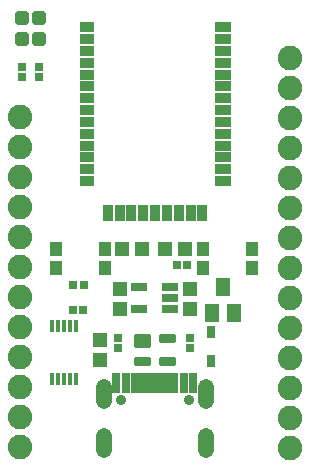
<source format=gbr>
G04 EAGLE Gerber RS-274X export*
G75*
%MOMM*%
%FSLAX34Y34*%
%LPD*%
%INSoldermask Top*%
%IPPOS*%
%AMOC8*
5,1,8,0,0,1.08239X$1,22.5*%
G01*
%ADD10R,1.403200X0.753200*%
%ADD11R,1.103200X1.203200*%
%ADD12C,0.505344*%
%ADD13R,0.803200X0.743200*%
%ADD14R,1.203200X1.303200*%
%ADD15R,0.803200X1.653200*%
%ADD16R,0.503200X1.653200*%
%ADD17C,1.361200*%
%ADD18C,0.903200*%
%ADD19R,1.203200X1.603200*%
%ADD20R,0.803200X1.003200*%
%ADD21R,0.743200X0.803200*%
%ADD22C,0.453416*%
%ADD23C,0.349006*%
%ADD24R,0.400000X1.100000*%
%ADD25C,2.082800*%
%ADD26R,1.303200X1.203200*%
%ADD27R,1.303200X0.838200*%
%ADD28R,0.838200X1.473200*%
%ADD29R,1.473200X0.838200*%


D10*
X139461Y139000D03*
X139461Y148500D03*
X139461Y158000D03*
X113459Y158000D03*
X113459Y139000D03*
D11*
X83930Y189980D03*
X83930Y173980D03*
X42930Y173980D03*
X42930Y189980D03*
D12*
X17600Y371300D02*
X10620Y371300D01*
X17600Y371300D02*
X17600Y364320D01*
X10620Y364320D01*
X10620Y371300D01*
X10620Y369120D02*
X17600Y369120D01*
X17600Y388840D02*
X10620Y388840D01*
X17600Y388840D02*
X17600Y381860D01*
X10620Y381860D01*
X10620Y388840D01*
X10620Y386660D02*
X17600Y386660D01*
X25230Y371300D02*
X32210Y371300D01*
X32210Y364320D01*
X25230Y364320D01*
X25230Y371300D01*
X25230Y369120D02*
X32210Y369120D01*
X32210Y388840D02*
X25230Y388840D01*
X32210Y388840D02*
X32210Y381860D01*
X25230Y381860D01*
X25230Y388840D01*
X25230Y386660D02*
X32210Y386660D01*
D13*
X28640Y344310D03*
X28640Y335670D03*
X14190Y344310D03*
X14190Y335670D03*
D14*
X155960Y139000D03*
X155960Y156000D03*
X96960Y139000D03*
X96960Y156000D03*
D11*
X208720Y189980D03*
X208720Y173980D03*
X167720Y173980D03*
X167720Y189980D03*
D15*
X93960Y76450D03*
X101960Y76450D03*
D16*
X123960Y76450D03*
X118960Y76450D03*
X113960Y76450D03*
X108960Y76450D03*
X128960Y76450D03*
X133960Y76450D03*
X138960Y76450D03*
X143960Y76450D03*
D15*
X150960Y76450D03*
X158960Y76450D03*
D17*
X83260Y73090D02*
X83260Y61510D01*
X169660Y61510D02*
X169660Y73090D01*
X83260Y31290D02*
X83260Y19710D01*
X169660Y19710D02*
X169660Y31290D01*
D18*
X97560Y62000D03*
X155360Y62000D03*
D13*
X95460Y114820D03*
X95460Y106180D03*
X156460Y114820D03*
X156460Y106180D03*
D19*
X184460Y157500D03*
X193960Y135500D03*
X174960Y135500D03*
D20*
X174460Y95000D03*
X174460Y120000D03*
D21*
X65780Y138500D03*
X57140Y138500D03*
D22*
X110961Y108401D02*
X120859Y108401D01*
X110961Y108401D02*
X110961Y115799D01*
X120859Y115799D01*
X120859Y108401D01*
X120859Y112708D02*
X110961Y112708D01*
D23*
X110439Y92679D02*
X121381Y92679D01*
X110439Y92679D02*
X110439Y97121D01*
X121381Y97121D01*
X121381Y92679D01*
X121381Y95994D02*
X110439Y95994D01*
X131539Y92679D02*
X142481Y92679D01*
X131539Y92679D02*
X131539Y97121D01*
X142481Y97121D01*
X142481Y92679D01*
X142481Y95994D02*
X131539Y95994D01*
X131539Y111879D02*
X142481Y111879D01*
X131539Y111879D02*
X131539Y116321D01*
X142481Y116321D01*
X142481Y111879D01*
X142481Y115194D02*
X131539Y115194D01*
D24*
X39460Y80000D03*
X44460Y80000D03*
X49460Y80000D03*
X54460Y80000D03*
X59460Y80000D03*
X59460Y125000D03*
X54460Y125000D03*
X49460Y125000D03*
X44460Y125000D03*
X39460Y125000D03*
D14*
X80460Y96000D03*
X80460Y113000D03*
D25*
X12110Y301660D03*
X12110Y276260D03*
X12110Y250860D03*
X12110Y225460D03*
X12110Y200060D03*
X12110Y174660D03*
X12110Y149260D03*
X12110Y123860D03*
X12110Y98460D03*
X12110Y73060D03*
X12110Y47660D03*
X12110Y22260D03*
X241380Y351190D03*
X241380Y325790D03*
X241380Y300390D03*
X241380Y274990D03*
X241380Y249590D03*
X241380Y224190D03*
X241380Y198790D03*
X241380Y173390D03*
X241380Y147990D03*
X241380Y122590D03*
X241380Y97190D03*
X241380Y71790D03*
X241380Y46390D03*
X241380Y20990D03*
D21*
X145290Y176070D03*
X153930Y176070D03*
D26*
X151760Y189710D03*
X134760Y189710D03*
D21*
X57650Y159260D03*
X66290Y159260D03*
D26*
X98840Y189710D03*
X115840Y189710D03*
D27*
X69230Y377470D03*
X69230Y367470D03*
X69230Y357470D03*
X69230Y347470D03*
X69230Y337470D03*
X69230Y327470D03*
X69230Y317470D03*
X69230Y307470D03*
X69230Y297470D03*
X69230Y287470D03*
X69230Y277470D03*
X69230Y267470D03*
X69230Y257470D03*
X69230Y247470D03*
D28*
X86730Y219970D03*
X96730Y219970D03*
X106730Y219970D03*
X116730Y219970D03*
X126730Y219970D03*
X136730Y219970D03*
X146730Y219970D03*
X156730Y219970D03*
X166730Y219970D03*
D29*
X184230Y247470D03*
X184230Y257470D03*
X184230Y267470D03*
X184230Y277470D03*
X184230Y287470D03*
X184230Y297470D03*
X184230Y307470D03*
X184230Y317470D03*
X184230Y327470D03*
X184230Y337470D03*
X184230Y347470D03*
X184230Y357470D03*
X184230Y367470D03*
X184230Y377470D03*
M02*

</source>
